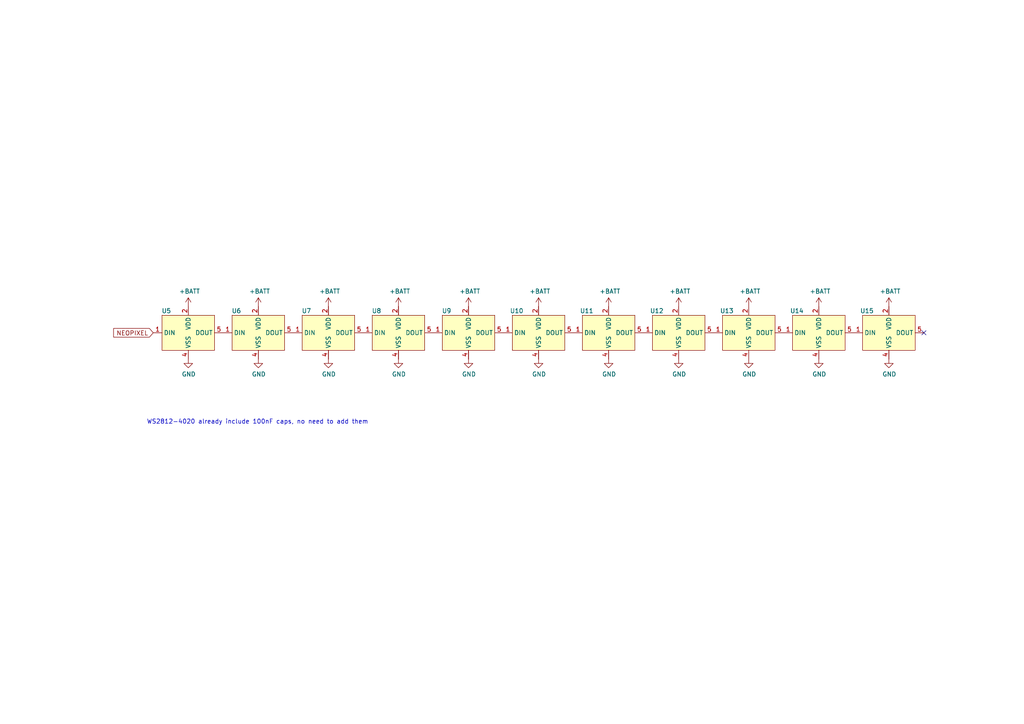
<source format=kicad_sch>
(kicad_sch (version 20211123) (generator eeschema)
  (paper "A4")
  (title_block (title "CNLJS") (date "2021-12-22") (rev "v0.01") (company "Josip&Zvonimir"))
  (lib_symbols
    (symbol "Josip_symbol_global:WS2812-4020_dual"
      (property "Reference" "U" (at -7.62 7.62 0))
      (property "Value" "WS2812-4020_dual" (at 10.16 -7.62 0))
      (symbol "WS2812-4020_dual_0_1"
        (rectangle (start -7.62 5.08) (end 7.62 -5.08) (stroke (width 0.1524)) (fill (type background)))
      )
      (symbol "WS2812-4020_dual_1_1"
        (pin input line (at -10.16 0 0) (length 2.54) (name "DIN") (number "1"))
        (pin input line (at 0 7.62 270) (length 2.54) (name "VDD") (number "2"))
        (pin input line (at 0 -7.62 90) (length 2.54) (name "VSS") (number "4"))
        (pin input line (at 10.16 0 180) (length 2.54) (name "DOUT") (number "5"))
      )
    )
    (symbol "power:+BATT" (power) (pin_names (offset 0))
      (property "Value" "+BATT" (at 0 3.556 0))
      (symbol "+BATT_0_1"
        (polyline (pts (xy -0.762 1.27) (xy 0 2.54)))
        (polyline (pts (xy 0 0) (xy 0 2.54)))
        (polyline (pts (xy 0 2.54) (xy 0.762 1.27)))
      )
      (symbol "+BATT_1_1"
        (pin power_in line (at 0 0 90) (length 0) hide (name "+BATT") (number "1"))
      )
    )
    (symbol "power:GND" (power) (pin_names (offset 0))
      (property "Value" "GND" (at 0 -3.81 0))
      (symbol "GND_0_1"
        (polyline (pts (xy 0 0) (xy 0 -1.27) (xy 1.27 -1.27) (xy 0 -2.54) (xy -1.27 -1.27) (xy 0 -1.27)))
      )
      (symbol "GND_1_1"
        (pin power_in line (at 0 0 270) (length 0) hide (name "GND") (number "1"))
      )
    )
  )
  (no_connect (at 267.97 96.52))
  (text "WS2812-4020 already include 100nF caps, no need to add them" (at 42.545 123.19 0) (effects (font (size 1.27 1.27)) (justify left bottom)))
  (global_label "NEOPIXEL" (shape input) (at 44.45 96.52 180) (property "Intersheet References" "${INTERSHEET_REFS}" (effects hide)))
  (symbol (lib_id "power:GND") (at 54.61 104.14 0) (unit 1)
    (property "Reference" "#PWR05" (effects hide))
    (property "Value" "GND" (at 54.737 108.5342 0))
  )
  (symbol (lib_id "power:+BATT") (at 54.61 88.9 0) (unit 1)
    (property "Reference" "#PWR04" (effects hide))
    (property "Value" "+BATT" (at 54.991 84.5058 0))
  )
  (symbol (lib_id "power:+BATT") (at 237.49 88.9 0) (unit 1)
    (property "Reference" "#PWR0127" (effects hide))
    (property "Value" "+BATT" (at 237.871 84.5058 0))
  )
  (symbol (lib_id "power:GND") (at 156.21 104.14 0) (unit 1)
    (property "Reference" "#PWR0117" (effects hide))
    (property "Value" "GND" (at 156.337 108.5342 0))
  )
  (symbol (lib_id "Josip_symbol_global:WS2812-4020_dual") (at 176.53 96.52 0) (unit 1)
    (property "Reference" "U11" (at 170.18 90.17 0))
    (property "Value" "WS2812-4020_dual" (effects hide))
    (property "Footprint" "Josip_global:WS2812-4020-dual-6mm_bezMaske" (effects hide))
  )
  (symbol (lib_id "power:+BATT") (at 135.89 88.9 0) (unit 1)
    (property "Reference" "#PWR0115" (effects hide))
    (property "Value" "+BATT" (at 136.271 84.5058 0))
  )
  (symbol (lib_id "Josip_symbol_global:WS2812-4020_dual") (at 135.89 96.52 0) (unit 1)
    (property "Reference" "U9" (at 129.54 90.17 0))
    (property "Value" "WS2812-4020_dual" (effects hide))
    (property "Footprint" "Josip_global:WS2812-4020-dual-6mm_bezMaske" (effects hide))
  )
  (symbol (lib_id "Josip_symbol_global:WS2812-4020_dual") (at 115.57 96.52 0) (unit 1)
    (property "Reference" "U8" (at 109.22 90.17 0))
    (property "Value" "WS2812-4020_dual" (effects hide))
    (property "Footprint" "Josip_global:WS2812-4020-dual-6mm_bezMaske" (effects hide))
  )
  (symbol (lib_id "power:GND") (at 135.89 104.14 0) (unit 1)
    (property "Reference" "#PWR0114" (effects hide))
    (property "Value" "GND" (at 136.017 108.5342 0))
  )
  (symbol (lib_id "Josip_symbol_global:WS2812-4020_dual") (at 257.81 96.52 0) (unit 1)
    (property "Reference" "U15" (at 251.46 90.17 0))
    (property "Value" "WS2812-4020_dual" (effects hide))
    (property "Footprint" "Josip_global:WS2812-4020-dual-6mm_bezMaske" (effects hide))
  )
  (symbol (lib_id "power:GND") (at 176.53 104.14 0) (unit 1)
    (property "Reference" "#PWR0119" (effects hide))
    (property "Value" "GND" (at 176.657 108.5342 0))
  )
  (symbol (lib_id "power:GND") (at 237.49 104.14 0) (unit 1)
    (property "Reference" "#PWR0124" (effects hide))
    (property "Value" "GND" (at 237.617 108.5342 0))
  )
  (symbol (lib_id "power:+BATT") (at 156.21 88.9 0) (unit 1)
    (property "Reference" "#PWR0116" (effects hide))
    (property "Value" "+BATT" (at 156.591 84.5058 0))
  )
  (symbol (lib_id "power:GND") (at 74.93 104.14 0) (unit 1)
    (property "Reference" "#PWR0109" (effects hide))
    (property "Value" "GND" (at 75.057 108.5342 0))
  )
  (symbol (lib_id "power:+BATT") (at 115.57 88.9 0) (unit 1)
    (property "Reference" "#PWR0112" (effects hide))
    (property "Value" "+BATT" (at 115.951 84.5058 0))
  )
  (symbol (lib_id "Josip_symbol_global:WS2812-4020_dual") (at 196.85 96.52 0) (unit 1)
    (property "Reference" "U12" (at 190.5 90.17 0))
    (property "Value" "WS2812-4020_dual" (effects hide))
    (property "Footprint" "Josip_global:WS2812-4020-dual-6mm_bezMaske" (effects hide))
  )
  (symbol (lib_id "power:GND") (at 217.17 104.14 0) (unit 1)
    (property "Reference" "#PWR0122" (effects hide))
    (property "Value" "GND" (at 217.297 108.5342 0))
  )
  (symbol (lib_id "power:+BATT") (at 217.17 88.9 0) (unit 1)
    (property "Reference" "#PWR0123" (effects hide))
    (property "Value" "+BATT" (at 217.551 84.5058 0))
  )
  (symbol (lib_id "power:GND") (at 115.57 104.14 0) (unit 1)
    (property "Reference" "#PWR0113" (effects hide))
    (property "Value" "GND" (at 115.697 108.5342 0))
  )
  (symbol (lib_id "power:+BATT") (at 176.53 88.9 0) (unit 1)
    (property "Reference" "#PWR0118" (effects hide))
    (property "Value" "+BATT" (at 176.911 84.5058 0))
  )
  (symbol (lib_id "power:+BATT") (at 74.93 88.9 0) (unit 1)
    (property "Reference" "#PWR0108" (effects hide))
    (property "Value" "+BATT" (at 75.311 84.5058 0))
  )
  (symbol (lib_id "Josip_symbol_global:WS2812-4020_dual") (at 74.93 96.52 0) (unit 1)
    (property "Reference" "U6" (at 68.58 90.17 0))
    (property "Value" "WS2812-4020_dual" (effects hide))
    (property "Footprint" "Josip_global:WS2812-4020-dual-6mm_bezMaske" (effects hide))
  )
  (symbol (lib_id "Josip_symbol_global:WS2812-4020_dual") (at 156.21 96.52 0) (unit 1)
    (property "Reference" "U10" (at 149.86 90.17 0))
    (property "Value" "WS2812-4020_dual" (effects hide))
    (property "Footprint" "Josip_global:WS2812-4020-dual-6mm_bezMaske" (effects hide))
  )
  (symbol (lib_id "Josip_symbol_global:WS2812-4020_dual") (at 217.17 96.52 0) (unit 1)
    (property "Reference" "U13" (at 210.82 90.17 0))
    (property "Value" "WS2812-4020_dual" (effects hide))
    (property "Footprint" "Josip_global:WS2812-4020-dual-6mm_bezMaske" (effects hide))
  )
  (symbol (lib_id "Josip_symbol_global:WS2812-4020_dual") (at 54.61 96.52 0) (unit 1)
    (property "Reference" "U5" (at 48.26 90.17 0))
    (property "Value" "WS2812-4020_dual" (effects hide))
    (property "Footprint" "Josip_global:WS2812-4020-dual-6mm_bezMaske" (effects hide))
  )
  (symbol (lib_id "power:+BATT") (at 196.85 88.9 0) (unit 1)
    (property "Reference" "#PWR0121" (effects hide))
    (property "Value" "+BATT" (at 197.231 84.5058 0))
  )
  (symbol (lib_id "Josip_symbol_global:WS2812-4020_dual") (at 237.49 96.52 0) (unit 1)
    (property "Reference" "U14" (at 231.14 90.17 0))
    (property "Value" "WS2812-4020_dual" (effects hide))
    (property "Footprint" "Josip_global:WS2812-4020-dual-6mm_bezMaske" (effects hide))
  )
  (symbol (lib_id "power:GND") (at 196.85 104.14 0) (unit 1)
    (property "Reference" "#PWR0120" (effects hide))
    (property "Value" "GND" (at 196.977 108.5342 0))
  )
  (symbol (lib_id "Josip_symbol_global:WS2812-4020_dual") (at 95.25 96.52 0) (unit 1)
    (property "Reference" "U7" (at 88.9 90.17 0))
    (property "Value" "WS2812-4020_dual" (effects hide))
    (property "Footprint" "Josip_global:WS2812-4020-dual-6mm_bezMaske" (effects hide))
  )
  (symbol (lib_id "power:+BATT") (at 95.25 88.9 0) (unit 1)
    (property "Reference" "#PWR0111" (effects hide))
    (property "Value" "+BATT" (at 95.631 84.5058 0))
  )
  (symbol (lib_id "power:GND") (at 257.81 104.14 0) (unit 1)
    (property "Reference" "#PWR0126" (effects hide))
    (property "Value" "GND" (at 257.937 108.5342 0))
  )
  (symbol (lib_id "power:GND") (at 95.25 104.14 0) (unit 1)
    (property "Reference" "#PWR0110" (effects hide))
    (property "Value" "GND" (at 95.377 108.5342 0))
  )
  (symbol (lib_id "power:+BATT") (at 257.81 88.9 0) (unit 1)
    (property "Reference" "#PWR0125" (effects hide))
    (property "Value" "+BATT" (at 258.191 84.5058 0))
  )
)
</source>
